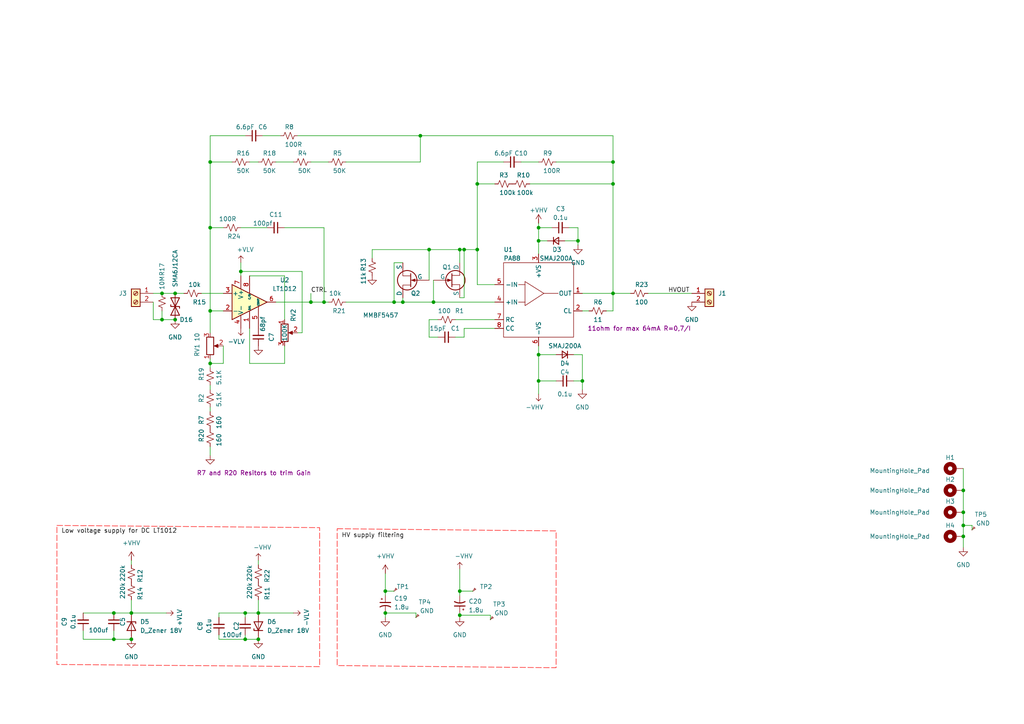
<source format=kicad_sch>
(kicad_sch (version 20250114) (generator "eeschema") (generator_version "9.0")
  (paper "A4")
  (title_block (title "High Voltage Amplifier") (date "2022-05-06") (rev "2"))
  (lib_symbols
    (symbol "+VHV_2" (power) (pin_names (offset 0))
      (property "Value" "+VHV_2" (at 0 5.08 0))
      (symbol "+VHV_2_0_1"
        (polyline (pts (xy -0.762 1.27) (xy 0 2.54)))
        (polyline (pts (xy 0 2.54) (xy 0.762 1.27)))
        (polyline (pts (xy 0 0) (xy 0 2.54)))
        (polyline (pts (xy 0 0) (xy 0 1.27)))
      )
      (symbol "+VHV_2_1_1"
        (pin power_in line (at 0 0 90) (length 0) (hide yes) (name "+VHV") (number "1"))
      )
    )
    (symbol "Amplifier_Operational:LT1012" (pin_names (offset 0.127))
      (property "Reference" "U" (at 1.27 6.35 0))
      (property "Value" "LT1012" (at 1.27 3.81 0))
      (symbol "LT1012_0_1"
        (polyline (pts (xy -5.08 5.08) (xy 5.08 0) (xy -5.08 -5.08) (xy -5.08 5.08)) (stroke (width 0.254)) (fill (type background)))
      )
      (symbol "LT1012_1_1"
        (pin input line (at -7.62 2.54 0) (length 2.54) (name "+") (number "3"))
        (pin input line (at -7.62 -2.54 0) (length 2.54) (name "-") (number "2"))
        (pin power_in line (at -2.54 7.62 270) (length 3.81) (name "V+") (number "7"))
        (pin power_in line (at -2.54 -7.62 90) (length 3.81) (name "V-") (number "4"))
        (pin input line (at 0 7.62 270) (length 5.08) (name "C/B") (number "8"))
        (pin input line (at 0 -7.62 90) (length 5.08) (name "BAL") (number "1"))
        (pin input line (at 2.54 -7.62 90) (length 6.35) (name "COMP") (number "5"))
        (pin output line (at 7.62 0 180) (length 2.54) (name "~") (number "6"))
      )
    )
    (symbol "Connector:Screw_Terminal_01x02" (pin_names (offset 1.016) (hide yes))
      (property "Reference" "J" (at 0 2.54 0))
      (property "Value" "Screw_Terminal_01x02" (at 0 -5.08 0))
      (symbol "Screw_Terminal_01x02_1_1"
        (rectangle (start -1.27 1.27) (end 1.27 -3.81) (stroke (width 0.254)) (fill (type background)))
        (polyline (pts (xy -0.5334 0.3302) (xy 0.3302 -0.508)) (stroke (width 0.1524)))
        (polyline (pts (xy -0.5334 -2.2098) (xy 0.3302 -3.048)) (stroke (width 0.1524)))
        (polyline (pts (xy -0.3556 0.508) (xy 0.508 -0.3302)) (stroke (width 0.1524)))
        (polyline (pts (xy -0.3556 -2.032) (xy 0.508 -2.8702)) (stroke (width 0.1524)))
        (circle (center 0 0) (radius 0.635) (stroke (width 0.1524)))
        (circle (center 0 -2.54) (radius 0.635) (stroke (width 0.1524)))
        (pin passive line (at -5.08 0 0) (length 3.81) (name "Pin_1") (number "1"))
        (pin passive line (at -5.08 -2.54 0) (length 3.81) (name "Pin_2") (number "2"))
      )
    )
    (symbol "Device:C_Polarized_Small_US" (pin_numbers (hide yes)) (pin_names (offset 0.254) (hide yes))
      (property "Reference" "C" (at 0.254 1.778 0))
      (property "Value" "C_Polarized_Small_US" (at 0.254 -2.032 0))
      (symbol "C_Polarized_Small_US_0_1"
        (polyline (pts (xy -1.524 0.508) (xy 1.524 0.508)) (stroke (width 0.3048)))
        (polyline (pts (xy -1.27 1.524) (xy -0.762 1.524)))
        (polyline (pts (xy -1.016 1.27) (xy -1.016 1.778)))
        (arc (start -1.524 -0.762) (mid 0 -0.3734) (end 1.524 -0.762) (stroke (width 0.3048)))
      )
      (symbol "C_Polarized_Small_US_1_1"
        (pin passive line (at 0 2.54 270) (length 2.032) (name "~") (number "1"))
        (pin passive line (at 0 -2.54 90) (length 2.032) (name "~") (number "2"))
      )
    )
    (symbol "Device:C_Small" (pin_numbers (hide yes)) (pin_names (offset 0.254) (hide yes))
      (property "Reference" "C" (at 0.254 1.778 0))
      (property "Value" "C_Small" (at 0.254 -2.032 0))
      (symbol "C_Small_0_1"
        (polyline (pts (xy -1.524 0.508) (xy 1.524 0.508)) (stroke (width 0.3048)))
        (polyline (pts (xy -1.524 -0.508) (xy 1.524 -0.508)) (stroke (width 0.3302)))
      )
      (symbol "C_Small_1_1"
        (pin passive line (at 0 2.54 270) (length 2.032) (name "~") (number "1"))
        (pin passive line (at 0 -2.54 90) (length 2.032) (name "~") (number "2"))
      )
    )
    (symbol "Device:D_Small" (pin_numbers (hide yes)) (pin_names (offset 0.254) (hide yes))
      (property "Reference" "D" (at -1.27 2.032 0))
      (property "Value" "D_Small" (at -3.81 -2.032 0))
      (symbol "D_Small_0_1"
        (polyline (pts (xy -0.762 0) (xy 0.762 0)))
        (polyline (pts (xy -0.762 -1.016) (xy -0.762 1.016)) (stroke (width 0.254)))
        (polyline (pts (xy 0.762 -1.016) (xy -0.762 0) (xy 0.762 1.016) (xy 0.762 -1.016)) (stroke (width 0.254)))
      )
      (symbol "D_Small_1_1"
        (pin passive line (at -2.54 0 0) (length 1.778) (name "K") (number "1"))
        (pin passive line (at 2.54 0 180) (length 1.778) (name "A") (number "2"))
      )
    )
    (symbol "Device:D_TVS" (pin_numbers (hide yes)) (pin_names (offset 1.016) (hide yes))
      (property "Reference" "D" (at 0 2.54 0))
      (property "Value" "D_TVS" (at 0 -2.54 0))
      (symbol "D_TVS_0_1"
        (polyline (pts (xy -2.54 1.27) (xy -2.54 -1.27) (xy 2.54 1.27) (xy 2.54 -1.27) (xy -2.54 1.27)) (stroke (width 0.254)))
        (polyline (pts (xy 0.508 1.27) (xy 0 1.27) (xy 0 -1.27) (xy -0.508 -1.27)) (stroke (width 0.254)))
        (polyline (pts (xy 1.27 0) (xy -1.27 0)))
      )
      (symbol "D_TVS_1_1"
        (pin passive line (at -3.81 0 0) (length 2.54) (name "A1") (number "1"))
        (pin passive line (at 3.81 0 180) (length 2.54) (name "A2") (number "2"))
      )
    )
    (symbol "Device:D_Zener" (pin_numbers (hide yes)) (pin_names (offset 1.016) (hide yes))
      (property "Reference" "D" (at 0 2.54 0))
      (property "Value" "D_Zener" (at 0 -2.54 0))
      (symbol "D_Zener_0_1"
        (polyline (pts (xy -1.27 -1.27) (xy -1.27 1.27) (xy -0.762 1.27)) (stroke (width 0.254)))
        (polyline (pts (xy 1.27 0) (xy -1.27 0)))
        (polyline (pts (xy 1.27 -1.27) (xy 1.27 1.27) (xy -1.27 0) (xy 1.27 -1.27)) (stroke (width 0.254)))
      )
      (symbol "D_Zener_1_1"
        (pin passive line (at -3.81 0 0) (length 2.54) (name "K") (number "1"))
        (pin passive line (at 3.81 0 180) (length 2.54) (name "A") (number "2"))
      )
    )
    (symbol "Device:R_Potentiometer" (pin_names (offset 1.016) (hide yes))
      (property "Reference" "RV" (at -4.445 0 90))
      (property "Value" "R_Potentiometer" (at -2.54 0 90))
      (symbol "R_Potentiometer_0_1"
        (rectangle (start 1.016 2.54) (end -1.016 -2.54) (stroke (width 0.254)))
        (polyline (pts (xy 1.143 0) (xy 2.286 0.508) (xy 2.286 -0.508) (xy 1.143 0)) (fill (type outline)))
        (polyline (pts (xy 2.54 0) (xy 1.524 0)))
      )
      (symbol "R_Potentiometer_1_1"
        (pin passive line (at 0 3.81 270) (length 1.27) (name "1") (number "1"))
        (pin passive line (at 0 -3.81 90) (length 1.27) (name "3") (number "3"))
        (pin passive line (at 3.81 0 180) (length 1.27) (name "2") (number "2"))
      )
    )
    (symbol "Device:R_Small_US" (pin_numbers (hide yes)) (pin_names (offset 0.254) (hide yes))
      (property "Reference" "R" (at 0.762 0.508 0))
      (property "Value" "R_Small_US" (at 0.762 -1.016 0))
      (symbol "R_Small_US_1_1"
        (polyline (pts (xy 0 1.524) (xy 1.016 1.143) (xy 0 0.762) (xy -1.016 0.381) (xy 0 0)))
        (polyline (pts (xy 0 0) (xy 1.016 -0.381) (xy 0 -0.762) (xy -1.016 -1.143) (xy 0 -1.524)))
        (pin passive line (at 0 2.54 270) (length 1.016) (name "~") (number "1"))
        (pin passive line (at 0 -2.54 90) (length 1.016) (name "~") (number "2"))
      )
    )
    (symbol "Mechanical:MountingHole_Pad" (pin_numbers (hide yes)) (pin_names (offset 1.016) (hide yes))
      (property "Reference" "H" (at 0 6.35 0))
      (property "Value" "MountingHole_Pad" (at 0 4.445 0))
      (symbol "MountingHole_Pad_0_1"
        (circle (center 0 1.27) (radius 1.27) (stroke (width 1.27)))
      )
      (symbol "MountingHole_Pad_1_1"
        (pin input line (at 0 -2.54 90) (length 2.54) (name "1") (number "1"))
      )
    )
    (symbol "NJFET_1" (pin_numbers (hide yes)) (pin_names (offset 0))
      (property "Reference" "Q1" (at 5.08 1.2701 0))
      (property "Value" "NJFET" (at 5.08 -1.2699 0))
      (symbol "NJFET_1_0_1"
        (polyline (pts (xy 0 0) (xy -1.016 0.381) (xy -1.016 -0.381) (xy 0 0)) (fill (type outline)))
        (polyline (pts (xy 0.254 1.905) (xy 0.254 -1.905) (xy 0.254 -1.905)) (stroke (width 0.254)))
        (circle (center 1.27 0) (radius 2.8194) (stroke (width 0.254)))
        (polyline (pts (xy 2.54 2.54) (xy 2.54 1.397) (xy 0.254 1.397)))
        (polyline (pts (xy 2.54 -2.54) (xy 2.54 -1.27) (xy 0.254 -1.27)))
      )
      (symbol "NJFET_1_1_1"
        (pin input line (at -5.08 0 0) (length 5.334) (name "G") (number "3"))
        (pin passive line (at 2.54 5.08 270) (length 2.54) (name "D") (number "1"))
        (pin passive line (at 2.54 -5.08 90) (length 2.54) (name "S") (number "2"))
      )
    )
    (symbol "jmlib:+VHV" (power) (pin_names (offset 0))
      (property "Value" "+VHV" (at 0 5.08 0))
      (symbol "+VHV_0_1"
        (polyline (pts (xy -0.762 1.27) (xy 0 2.54)))
        (polyline (pts (xy 0 2.54) (xy 0.762 1.27)))
        (polyline (pts (xy 0 0) (xy 0 2.54)))
        (polyline (pts (xy 0 0) (xy 0 1.27)))
      )
      (symbol "+VHV_1_1"
        (pin power_in line (at 0 0 90) (length 0) (hide yes) (name "+VHV") (number "1"))
      )
    )
    (symbol "jmlib:-VHV" (power) (pin_names (offset 0))
      (property "Value" "-VHV" (at 0 3.81 0))
      (symbol "-VHV_0_1"
        (polyline (pts (xy 0 1.9812) (xy -0.6604 1.3208)))
        (polyline (pts (xy 0 1.3208) (xy 0 1.9812) (xy 0.7112 1.27)))
        (polyline (pts (xy 0 0) (xy 0 1.27)))
      )
      (symbol "-VHV_1_1"
        (pin power_in line (at 0 0 90) (length 0) (hide yes) (name "-VHV") (number "1"))
      )
    )
    (symbol "jmlib:PA88"
      (property "Reference" "U" (at 5.207 13.208 0))
      (property "Value" "PA88" (at 5.207 13.208 0))
      (symbol "PA88_0_1"
        (rectangle (start -10.16 11.43) (end 10.16 -10.16))
        (polyline (pts (xy -5.842 5.08) (xy -3.937 5.08)))
        (polyline (pts (xy -5.842 0) (xy -3.937 0)))
        (polyline (pts (xy -3.937 5.969) (xy -3.937 -1.016) (xy 1.524 2.54) (xy -3.937 5.969)))
        (polyline (pts (xy 1.524 2.54) (xy 5.715 2.54)))
      )
      (symbol "PA88_1_1"
        (pin input line (at -12.7 5.08 0) (length 2.54) (name "-IN") (number "5"))
        (pin input line (at -12.7 0 0) (length 2.54) (name "+IN") (number "4"))
        (pin input line (at -12.7 -5.08 0) (length 2.54) (name "RC") (number "7"))
        (pin input line (at -12.7 -7.62 0) (length 2.54) (name "CC") (number "8"))
        (pin input line (at 0 13.97 270) (length 2.54) (name "+VS") (number "3"))
        (pin input line (at 0 -12.7 90) (length 2.54) (name "-VS") (number "6"))
        (pin input line (at 12.7 2.54 180) (length 2.54) (name "OUT") (number "1"))
        (pin input line (at 12.7 -2.54 180) (length 2.54) (name "CL") (number "2"))
      )
    )
    (symbol "jmlib:tp_small" (pin_numbers (hide yes)) (pin_names (hide yes))
      (property "Reference" "TP" (at 2.1336 2.8956 0))
      (property "Value" "tp_small" (at 5.1816 1.2192 0))
      (symbol "tp_small_0_1"
        (circle (center 0 0) (radius 0.0001))
        (polyline (pts (xy 0.2032 0.2032) (xy 0.4572 0.8636) (xy 0.8636 0.508) (xy 0.2032 0.2032)))
      )
      (symbol "tp_small_1_1"
        (pin passive line (at 0 0 180) (length 0) (name "") (number "1"))
      )
    )
    (symbol "power:GND" (power) (pin_names (offset 0))
      (property "Value" "GND" (at 0 -3.81 0))
      (symbol "GND_0_1"
        (polyline (pts (xy 0 0) (xy 0 -1.27) (xy 1.27 -1.27) (xy 0 -2.54) (xy -1.27 -1.27) (xy 0 -1.27)))
      )
      (symbol "GND_1_1"
        (pin power_in line (at 0 0 270) (length 0) (hide yes) (name "GND") (number "1"))
      )
    )
  )
  (junction (at 93.98 87.63))
  (junction (at 124.46 72.39))
  (junction (at 138.43 53.34))
  (junction (at 156.21 66.04))
  (junction (at 279.4 155.575))
  (junction (at 46.99 85.09))
  (junction (at 279.4 142.24))
  (junction (at 60.96 90.17))
  (junction (at 121.92 39.37))
  (junction (at 69.85 78.74))
  (junction (at 38.1 177.8))
  (junction (at 167.64 69.85))
  (junction (at 133.35 171.45))
  (junction (at 116.84 87.63))
  (junction (at 71.12 177.8))
  (junction (at 114.3 87.63))
  (junction (at 156.21 110.49))
  (junction (at 133.35 178.435))
  (junction (at 50.8 92.71))
  (junction (at 177.8 46.99))
  (junction (at 111.76 177.8))
  (junction (at 125.73 87.63))
  (junction (at 71.12 185.42))
  (junction (at 279.4 148.59))
  (junction (at 46.99 92.71))
  (junction (at 33.02 185.42))
  (junction (at 50.8 85.09))
  (junction (at 156.21 69.85))
  (junction (at 38.1 185.42))
  (junction (at 111.76 171.45))
  (junction (at 133.35 72.39))
  (junction (at 74.93 177.8))
  (junction (at 168.91 110.49))
  (junction (at 156.21 102.87))
  (junction (at 177.8 53.34))
  (junction (at 138.43 72.39))
  (junction (at 33.02 177.8))
  (junction (at 60.96 46.99))
  (junction (at 279.4 152.4))
  (junction (at 177.8 85.09))
  (junction (at 60.96 105.41))
  (junction (at 90.17 87.63))
  (junction (at 60.96 66.04))
  (junction (at 134.62 72.39))
  (junction (at 74.93 185.42))
  (wire (pts (xy 133.35 165.1) (xy 133.35 171.45)))
  (wire (pts (xy 76.2 39.37) (xy 81.28 39.37)))
  (wire (pts (xy 33.02 185.42) (xy 24.13 185.42)))
  (wire (pts (xy 133.35 178.435) (xy 142.24 178.435)))
  (wire (pts (xy 124.46 72.39) (xy 124.46 81.28)))
  (wire (pts (xy 168.91 85.09) (xy 177.8 85.09)))
  (wire (pts (xy 121.92 39.37) (xy 177.8 39.37)))
  (wire (pts (xy 74.93 173.99) (xy 74.93 177.8)))
  (wire (pts (xy 116.84 87.63) (xy 125.73 87.63)))
  (wire (pts (xy 100.33 46.99) (xy 121.92 46.99)))
  (wire (pts (xy 125.73 81.28) (xy 125.73 87.63)))
  (wire (pts (xy 133.35 72.39) (xy 133.35 76.2)))
  (wire (pts (xy 60.96 66.04) (xy 60.96 90.17)))
  (wire (pts (xy 69.85 78.74) (xy 69.85 80.01)))
  (wire (pts (xy 64.77 100.33) (xy 64.77 105.41)))
  (wire (pts (xy 24.13 185.42) (xy 24.13 182.88)))
  (wire (pts (xy 177.8 46.99) (xy 177.8 53.34)))
  (wire (pts (xy 156.21 66.04) (xy 160.02 66.04)))
  (wire (pts (xy 80.01 46.99) (xy 85.09 46.99)))
  (wire (pts (xy 132.08 92.71) (xy 143.51 92.71)))
  (wire (pts (xy 63.5 184.15) (xy 63.5 185.42)))
  (wire (pts (xy 133.35 72.39) (xy 134.62 72.39)))
  (wire (pts (xy 279.4 158.75) (xy 279.4 155.575)))
  (wire (pts (xy 87.63 78.74) (xy 87.63 96.52)))
  (wire (pts (xy 114.3 76.2) (xy 114.3 87.63)))
  (wire (pts (xy 93.98 87.63) (xy 95.25 87.63)))
  (wire (pts (xy 279.4 155.575) (xy 279.4 152.4)))
  (wire (pts (xy 138.43 53.34) (xy 138.43 72.39)))
  (wire (pts (xy 33.02 185.42) (xy 38.1 185.42)))
  (wire (pts (xy 132.08 97.79) (xy 134.62 97.79)))
  (wire (pts (xy 93.98 66.04) (xy 93.98 87.63)))
  (wire (pts (xy 90.17 85.09) (xy 90.17 87.63)))
  (wire (pts (xy 161.29 46.99) (xy 177.8 46.99)))
  (wire (pts (xy 124.46 72.39) (xy 133.35 72.39)))
  (wire (pts (xy 38.1 177.8) (xy 48.26 177.8)))
  (wire (pts (xy 60.96 39.37) (xy 71.12 39.37)))
  (wire (pts (xy 153.67 53.34) (xy 177.8 53.34)))
  (wire (pts (xy 138.43 53.34) (xy 138.43 46.99)))
  (wire (pts (xy 168.91 90.17) (xy 170.815 90.17)))
  (wire (pts (xy 60.96 111.76) (xy 60.96 113.03)))
  (wire (pts (xy 60.96 104.14) (xy 60.96 105.41)))
  (wire (pts (xy 168.91 113.03) (xy 168.91 110.49)))
  (wire (pts (xy 50.8 85.09) (xy 53.34 85.09)))
  (wire (pts (xy 90.17 46.99) (xy 95.25 46.99)))
  (wire (pts (xy 120.65 177.8) (xy 120.65 179.07)))
  (wire (pts (xy 166.37 110.49) (xy 168.91 110.49)))
  (wire (pts (xy 74.93 163.83) (xy 74.93 162.56)))
  (wire (pts (xy 156.21 102.87) (xy 161.29 102.87)))
  (wire (pts (xy 156.21 114.3) (xy 156.21 110.49)))
  (wire (pts (xy 177.8 90.17) (xy 175.895 90.17)))
  (wire (pts (xy 111.76 177.8) (xy 120.65 177.8)))
  (wire (pts (xy 60.96 106.68) (xy 60.96 105.41)))
  (wire (pts (xy 72.39 95.25) (xy 72.39 105.41)))
  (wire (pts (xy 46.99 92.71) (xy 50.8 92.71)))
  (wire (pts (xy 279.4 148.59) (xy 279.4 142.24)))
  (wire (pts (xy 60.96 90.17) (xy 64.77 90.17)))
  (wire (pts (xy 165.1 66.04) (xy 167.64 66.04)))
  (wire (pts (xy 69.85 76.2) (xy 69.85 78.74)))
  (wire (pts (xy 74.93 177.8) (xy 85.09 177.8)))
  (wire (pts (xy 38.1 162.56) (xy 38.1 163.83)))
  (wire (pts (xy 138.43 82.55) (xy 143.51 82.55)))
  (wire (pts (xy 82.55 100.33) (xy 82.55 105.41)))
  (wire (pts (xy 87.63 78.74) (xy 69.85 78.74)))
  (wire (pts (xy 156.21 110.49) (xy 156.21 102.87)))
  (wire (pts (xy 177.8 85.09) (xy 177.8 90.17)))
  (wire (pts (xy 82.55 66.04) (xy 93.98 66.04)))
  (wire (pts (xy 134.62 72.39) (xy 138.43 72.39)))
  (wire (pts (xy 134.62 86.36) (xy 133.35 86.36)))
  (wire (pts (xy 87.63 96.52) (xy 86.36 96.52)))
  (wire (pts (xy 82.55 92.71) (xy 82.55 80.01)))
  (wire (pts (xy 177.8 85.09) (xy 182.88 85.09)))
  (wire (pts (xy 60.96 129.54) (xy 60.96 132.08)))
  (wire (pts (xy 163.83 69.85) (xy 167.64 69.85)))
  (wire (pts (xy 24.13 177.8) (xy 33.02 177.8)))
  (wire (pts (xy 187.96 85.09) (xy 200.66 85.09)))
  (wire (pts (xy 111.76 177.8) (xy 111.76 179.07)))
  (wire (pts (xy 33.02 182.88) (xy 33.02 185.42)))
  (wire (pts (xy 138.43 46.99) (xy 146.05 46.99)))
  (wire (pts (xy 60.96 46.99) (xy 60.96 66.04)))
  (wire (pts (xy 156.21 102.87) (xy 156.21 100.33)))
  (wire (pts (xy 133.35 172.72) (xy 133.35 171.45)))
  (wire (pts (xy 279.4 152.4) (xy 281.94 152.4)))
  (wire (pts (xy 156.21 69.85) (xy 156.21 73.66)))
  (wire (pts (xy 156.21 110.49) (xy 161.29 110.49)))
  (wire (pts (xy 38.1 173.99) (xy 38.1 177.8)))
  (wire (pts (xy 142.24 178.435) (xy 142.24 179.705)))
  (wire (pts (xy 133.35 171.45) (xy 137.16 171.45)))
  (wire (pts (xy 156.21 66.04) (xy 156.21 69.85)))
  (wire (pts (xy 127 92.71) (xy 124.46 92.71)))
  (wire (pts (xy 69.85 66.04) (xy 77.47 66.04)))
  (wire (pts (xy 177.8 39.37) (xy 177.8 46.99)))
  (wire (pts (xy 111.76 171.45) (xy 111.76 172.72)))
  (wire (pts (xy 60.96 66.04) (xy 64.77 66.04)))
  (wire (pts (xy 100.33 87.63) (xy 114.3 87.63)))
  (wire (pts (xy 121.92 39.37) (xy 121.92 46.99)))
  (wire (pts (xy 168.91 110.49) (xy 168.91 102.87)))
  (wire (pts (xy 80.01 87.63) (xy 90.17 87.63)))
  (wire (pts (xy 60.96 118.11) (xy 60.96 119.38)))
  (wire (pts (xy 71.12 177.8) (xy 74.93 177.8)))
  (wire (pts (xy 134.62 95.25) (xy 143.51 95.25)))
  (wire (pts (xy 33.02 177.8) (xy 38.1 177.8)))
  (wire (pts (xy 279.4 142.24) (xy 279.4 135.89)))
  (wire (pts (xy 134.62 72.39) (xy 134.62 86.36)))
  (wire (pts (xy 71.12 185.42) (xy 74.93 185.42)))
  (wire (pts (xy 111.76 171.45) (xy 114.3 171.45)))
  (wire (pts (xy 46.99 90.17) (xy 46.99 92.71)))
  (wire (pts (xy 46.99 85.09) (xy 50.8 85.09)))
  (wire (pts (xy 133.35 177.8) (xy 133.35 178.435)))
  (wire (pts (xy 279.4 152.4) (xy 279.4 148.59)))
  (wire (pts (xy 72.39 105.41) (xy 82.55 105.41)))
  (wire (pts (xy 44.45 92.71) (xy 44.45 87.63)))
  (wire (pts (xy 138.43 72.39) (xy 138.43 82.55)))
  (wire (pts (xy 107.95 72.39) (xy 124.46 72.39)))
  (wire (pts (xy 167.64 66.04) (xy 167.64 69.85)))
  (wire (pts (xy 107.95 72.39) (xy 107.95 74.93)))
  (wire (pts (xy 60.96 90.17) (xy 60.96 96.52)))
  (wire (pts (xy 151.13 46.99) (xy 156.21 46.99)))
  (wire (pts (xy 72.39 46.99) (xy 74.93 46.99)))
  (wire (pts (xy 124.46 92.71) (xy 124.46 97.79)))
  (wire (pts (xy 63.5 179.07) (xy 63.5 177.8)))
  (wire (pts (xy 90.17 87.63) (xy 93.98 87.63)))
  (wire (pts (xy 60.96 46.99) (xy 60.96 39.37)))
  (wire (pts (xy 156.21 69.85) (xy 158.75 69.85)))
  (wire (pts (xy 124.46 97.79) (xy 127 97.79)))
  (wire (pts (xy 133.35 178.435) (xy 133.35 179.07)))
  (wire (pts (xy 86.36 39.37) (xy 121.92 39.37)))
  (wire (pts (xy 44.45 92.71) (xy 46.99 92.71)))
  (wire (pts (xy 111.76 166.37) (xy 111.76 171.45)))
  (wire (pts (xy 281.94 152.4) (xy 281.94 153.67)))
  (wire (pts (xy 44.45 85.09) (xy 46.99 85.09)))
  (wire (pts (xy 60.96 46.99) (xy 67.31 46.99)))
  (wire (pts (xy 63.5 185.42) (xy 71.12 185.42)))
  (wire (pts (xy 114.3 87.63) (xy 116.84 87.63)))
  (wire (pts (xy 125.73 87.63) (xy 143.51 87.63)))
  (wire (pts (xy 64.77 105.41) (xy 60.96 105.41)))
  (wire (pts (xy 177.8 53.34) (xy 177.8 85.09)))
  (wire (pts (xy 167.64 69.85) (xy 167.64 71.12)))
  (wire (pts (xy 134.62 97.79) (xy 134.62 95.25)))
  (wire (pts (xy 116.84 86.36) (xy 116.84 87.63)))
  (wire (pts (xy 58.42 85.09) (xy 64.77 85.09)))
  (wire (pts (xy 143.51 53.34) (xy 138.43 53.34)))
  (wire (pts (xy 116.84 76.2) (xy 114.3 76.2)))
  (wire (pts (xy 71.12 179.07) (xy 71.12 177.8)))
  (wire (pts (xy 71.12 184.15) (xy 71.12 185.42)))
  (wire (pts (xy 82.55 80.01) (xy 72.39 80.01)))
  (wire (pts (xy 63.5 177.8) (xy 71.12 177.8)))
  (wire (pts (xy 166.37 102.87) (xy 168.91 102.87)))
  (wire (pts (xy 156.21 64.77) (xy 156.21 66.04)))
  (label "CTRL" (at 90.17 85.09 0))
  (label "HVOUT" (at 200.025 85.09 180))
  (label "Low voltage supply for DC LT1012" (at 17.78 154.94 0))
  (label "HV supply filtering" (at 99.06 156.21 0))
  (rule_area (polyline (pts (xy 16.51 152.4) (xy 92.71 153.035) (xy 92.71 193.3575) (xy 16.51 192.7225)) (stroke (width 0) (type dash))))
  (rule_area (polyline (pts (xy 97.79 153.3525) (xy 161.29 153.9875) (xy 161.29 193.675) (xy 97.79 193.04)) (stroke (width 0) (type dash))))
  (symbol (lib_id "jmlib:-VHV") (at 48.26 177.8 270) (unit 1)
    (property "Reference" "#PWR012" (effects (hide yes)))
    (property "Value" "+VLV" (at 52.07 181.61 0) (effects (justify right)))
  )
  (symbol (lib_id "jmlib:+VHV") (at 38.1 162.56 0) (unit 1)
    (property "Reference" "#PWR01" (effects (hide yes)))
    (property "Value" "+VHV" (at 38.1 157.48 0))
  )
  (symbol (lib_id "Mechanical:MountingHole_Pad") (at 276.86 148.59 90) (unit 1)
    (property "Reference" "H3" (at 275.59 145.415 90))
    (property "Value" "MountingHole_Pad" (at 260.985 148.59 90))
    (property "Footprint" "MountingHole:MountingHole_3.2mm_M3_DIN965_Pad_TopBottom" (effects (hide yes)))
  )
  (symbol (lib_id "Device:C_Small") (at 74.93 97.79 180) (unit 1)
    (property "Reference" "C7" (at 78.74 97.79 90))
    (property "Value" "68pf" (at 76.2 93.98 90))
    (property "Footprint" "Capacitor_SMD:C_1206_3216Metric_Pad1.33x1.80mm_HandSolder" (effects (hide yes)))
    (property "Package" "1206" (effects (hide yes)))
    (property "Voltage" "50V" (effects (hide yes)))
    (property "Part Description" "CAP CER 15PF 50V C0G/NP0 1206" (effects (hide yes)))
  )
  (symbol (lib_id "Device:R_Small_US") (at 87.63 46.99 270) (unit 1)
    (property "Reference" "R4" (at 86.36 44.45 90) (effects (justify left)))
    (property "Value" "50K" (at 86.36 49.53 90) (effects (justify left)))
    (property "Footprint" "Resistor_SMD:R_1206_3216Metric_Pad1.30x1.75mm_HandSolder" (effects (hide yes)))
    (property "Package" "1206" (effects (hide yes)))
  )
  (symbol (lib_id "Device:R_Small_US") (at 74.93 171.45 180) (unit 1)
    (property "Reference" "R11" (at 77.47 170.18 90) (effects (justify left)))
    (property "Value" "220k" (at 72.39 168.91 90) (effects (justify left)))
    (property "Footprint" "Resistor_THT:R_Axial_DIN0411_L9.9mm_D3.6mm_P5.08mm_Vertical" (effects (hide yes)))
    (property "Package" "1206" (effects (hide yes)))
    (property "Part Description" "RES SMD 16.9K OHM 1% 1/4W 1206" (effects (hide yes)))
  )
  (symbol (lib_id "jmlib:-VHV") (at 133.35 165.1 0) (unit 1)
    (property "Reference" "#PWR014" (effects (hide yes)))
    (property "Value" "-VHV" (at 137.16 161.29 0) (effects (justify right)))
  )
  (symbol (lib_id "power:GND") (at 74.93 100.33 0) (unit 1)
    (property "Reference" "#PWR017" (effects (hide yes)))
    (property "Value" "GND" (effects (hide yes)))
  )
  (symbol (lib_id "jmlib:tp_small") (at 114.3 171.45 0) (unit 1)
    (property "Reference" "TP1" (at 116.84 170.18 0))
    (property "Value" "+VHV" (effects (hide yes)))
    (property "Footprint" "TestPoint:TestPoint_THTPad_2.5x2.5mm_Drill1.2mm" (effects (hide yes)))
  )
  (symbol (lib_id "power:GND") (at 74.93 185.42 0) (unit 1)
    (property "Reference" "#PWR010" (effects (hide yes)))
    (property "Value" "GND" (at 74.93 190.5 0))
  )
  (symbol (lib_id "power:GND") (at 167.64 71.12 0) (unit 1)
    (property "Reference" "#PWR0105" (effects (hide yes)))
    (property "Value" "GND" (at 167.64 76.2 0))
  )
  (symbol (lib_id "jmlib:tp_small") (at 142.24 179.705 0) (unit 1)
    (property "Reference" "TP3" (at 144.78 175.26 0))
    (property "Value" "GND" (at 145.415 177.8 0))
    (property "Footprint" "TestPoint:TestPoint_THTPad_2.5x2.5mm_Drill1.2mm" (effects (hide yes)))
  )
  (symbol (lib_id "jmlib:-VHV") (at 74.93 162.56 0) (unit 1)
    (property "Reference" "#PWR09" (effects (hide yes)))
    (property "Value" "-VHV" (at 78.74 158.75 0) (effects (justify right)))
  )
  (symbol (lib_id "Device:R_Small_US") (at 60.96 121.92 0) (unit 1)
    (property "Reference" "R7" (at 58.42 123.19 90) (effects (justify left)))
    (property "Value" "160" (at 63.5 124.46 90) (effects (justify left)))
    (property "Footprint" "Resistor_SMD:R_1206_3216Metric_Pad1.30x1.75mm_HandSolder" (effects (hide yes)))
    (property "Description" "R7 and R20 Resitors to trim Gain" (at 73.66 137.16 0))
    (property "Package" "1206" (effects (hide yes)))
    (property "Part Description" "RES SMD 16.9K OHM 1% 1/4W 1206" (effects (hide yes)))
  )
  (symbol (lib_id "jmlib:+VHV") (at 111.76 166.37 0) (unit 1)
    (property "Reference" "#PWR0115" (effects (hide yes)))
    (property "Value" "+VHV" (at 111.76 161.29 0))
  )
  (symbol (lib_id "Device:R_Small_US") (at 69.85 46.99 270) (unit 1)
    (property "Reference" "R16" (at 68.58 44.45 90) (effects (justify left)))
    (property "Value" "50K" (at 68.58 49.53 90) (effects (justify left)))
    (property "Footprint" "Resistor_SMD:R_1206_3216Metric_Pad1.30x1.75mm_HandSolder" (effects (hide yes)))
    (property "Package" "1206" (effects (hide yes)))
  )
  (symbol (lib_id "jmlib:tp_small") (at 281.94 153.67 0) (unit 1)
    (property "Reference" "TP5" (at 284.48 149.225 0))
    (property "Value" "GND" (at 285.115 151.765 0))
    (property "Footprint" "TestPoint:TestPoint_THTPad_2.5x2.5mm_Drill1.2mm" (effects (hide yes)))
  )
  (symbol (lib_id "Device:C_Small") (at 162.56 66.04 90) (unit 1)
    (property "Reference" "C3" (at 162.56 60.579 90))
    (property "Value" "0.1u" (at 162.56 63.119 90))
    (property "Footprint" "Capacitor_SMD:C_1206_3216Metric_Pad1.33x1.80mm_HandSolder" (effects (hide yes)))
    (property "Voltage" "450V" (effects (hide yes)))
    (property "Package" "1206" (effects (hide yes)))
    (property "Part Description" "CAP CER 0.1UF 450V X7T 1206" (effects (hide yes)))
  )
  (symbol (lib_name "NJFET_1") (lib_id "Simulation_SPICE:NJFET") (at 119.38 81.28 180) (unit 1)
    (property "Reference" "Q2" (at 121.92 85.09 0) (effects (justify left)))
    (property "Value" "MMBF5457" (at 115.57 91.44 0) (effects (justify left)))
    (property "Footprint" "Package_TO_SOT_SMD:SOT-23-3" (effects (hide yes)))
    (property "Datasheet" "https://ngspice.sourceforge.io/docs/ngspice-html-manual/manual.xhtml#cha_JFETs" (effects (hide yes)))
    (property "Description" "MMBF5457" (effects (hide yes)))
    (property "Sim.Device" "NJFET" (effects (hide yes)))
    (property "Sim.Type" "SHICHMANHODGES" (effects (hide yes)))
    (property "Sim.Pins" "1=D 2=G 3=S" (effects (hide yes)))
  )
  (symbol (lib_id "jmlib:-VHV") (at 69.85 76.2 0) (unit 1)
    (property "Reference" "#PWR013" (effects (hide yes)))
    (property "Value" "+VLV" (at 73.66 72.39 0) (effects (justify right)))
  )
  (symbol (lib_name "+VHV_2") (lib_id "jmlib:+VHV") (at 156.21 64.77 0) (unit 1)
    (property "Reference" "#PWR0104" (effects (hide yes)))
    (property "Value" "+VHV" (at 156.21 60.96 0))
  )
  (symbol (lib_id "Device:C_Small") (at 24.13 180.34 180) (unit 1)
    (property "Reference" "C9" (at 18.669 180.34 90))
    (property "Value" "0.1u" (at 21.209 180.34 90))
    (property "Footprint" "Capacitor_SMD:C_1206_3216Metric_Pad1.33x1.80mm_HandSolder" (effects (hide yes)))
    (property "Voltage" "450V" (effects (hide yes)))
    (property "Package" "1206" (effects (hide yes)))
    (property "Part Description" "CAP CER 0.1UF 450V X7T 1206" (effects (hide yes)))
  )
  (symbol (lib_id "Device:R_Small_US") (at 97.79 46.99 270) (unit 1)
    (property "Reference" "R5" (at 96.52 44.45 90) (effects (justify left)))
    (property "Value" "50K" (at 96.52 49.53 90) (effects (justify left)))
    (property "Footprint" "Resistor_SMD:R_1206_3216Metric_Pad1.30x1.75mm_HandSolder" (effects (hide yes)))
    (property "Package" "1206" (effects (hide yes)))
  )
  (symbol (lib_id "Device:R_Small_US") (at 60.96 127 0) (unit 1)
    (property "Reference" "R20" (at 58.42 128.27 90) (effects (justify left)))
    (property "Value" "160" (at 63.5 129.54 90) (effects (justify left)))
    (property "Footprint" "Resistor_SMD:R_1206_3216Metric_Pad1.30x1.75mm_HandSolder" (effects (hide yes)))
    (property "Description" "R7 Resitors to trim Gain" (effects (hide yes)))
    (property "Package" "1206" (effects (hide yes)))
    (property "Part Description" "RES SMD 16.9K OHM 1% 1/4W 1206" (effects (hide yes)))
  )
  (symbol (lib_id "power:GND") (at 107.95 80.01 0) (unit 1)
    (property "Reference" "#PWR016" (effects (hide yes)))
    (property "Value" "GND" (effects (hide yes)))
  )
  (symbol (lib_id "Device:R_Small_US") (at 146.05 53.34 270) (unit 1)
    (property "Reference" "R3" (at 144.78 50.8 90) (effects (justify left)))
    (property "Value" "100k" (at 144.78 55.88 90) (effects (justify left)))
    (property "Footprint" "Resistor_SMD:R_1206_3216Metric_Pad1.30x1.75mm_HandSolder" (effects (hide yes)))
    (property "Package" "1206" (effects (hide yes)))
  )
  (symbol (lib_id "Device:R_Small_US") (at 60.96 109.22 0) (unit 1)
    (property "Reference" "R19" (at 58.42 110.49 90) (effects (justify left)))
    (property "Value" "5.1K" (at 63.5 111.76 90) (effects (justify left)))
    (property "Footprint" "Resistor_SMD:R_1206_3216Metric_Pad1.30x1.75mm_HandSolder" (effects (hide yes)))
    (property "Package" "1206" (effects (hide yes)))
    (property "Part Description" "RES SMD 16.9K OHM 1% 1/4W 1206" (effects (hide yes)))
  )
  (symbol (lib_id "jmlib:tp_small") (at 137.16 171.45 0) (unit 1)
    (property "Reference" "TP2" (at 140.97 170.18 0))
    (property "Value" "-VHV" (effects (hide yes)))
    (property "Footprint" "TestPoint:TestPoint_THTPad_2.5x2.5mm_Drill1.2mm" (effects (hide yes)))
  )
  (symbol (lib_id "power:GND") (at 200.66 87.63 0) (unit 1)
    (property "Reference" "#PWR0106" (effects (hide yes)))
    (property "Value" "GND" (at 200.66 92.71 0))
  )
  (symbol (lib_id "Device:R_Small_US") (at 77.47 46.99 270) (unit 1)
    (property "Reference" "R18" (at 76.2 44.45 90) (effects (justify left)))
    (property "Value" "50K" (at 76.2 49.53 90) (effects (justify left)))
    (property "Footprint" "Resistor_SMD:R_1206_3216Metric_Pad1.30x1.75mm_HandSolder" (effects (hide yes)))
    (property "Package" "1206" (effects (hide yes)))
  )
  (symbol (lib_id "Device:R_Small_US") (at 107.95 77.47 0) (unit 1)
    (property "Reference" "R13" (at 105.41 78.74 90) (effects (justify left)))
    (property "Value" "11k" (at 105.41 82.55 90) (effects (justify left)))
    (property "Footprint" "Resistor_SMD:R_1206_3216Metric_Pad1.30x1.75mm_HandSolder" (effects (hide yes)))
    (property "Package" "1206" (effects (hide yes)))
  )
  (symbol (lib_id "Mechanical:MountingHole_Pad") (at 276.86 135.89 90) (unit 1)
    (property "Reference" "H1" (at 275.59 132.715 90))
    (property "Value" "MountingHole_Pad" (at 260.985 136.525 90))
    (property "Footprint" "MountingHole:MountingHole_3.2mm_M3_DIN965_Pad_TopBottom" (effects (hide yes)))
  )
  (symbol (lib_id "Device:R_Small_US") (at 173.355 90.17 270) (unit 1)
    (property "Reference" "R6" (at 172.085 87.63 90) (effects (justify left)))
    (property "Value" "11" (at 172.085 92.71 90) (effects (justify left)))
    (property "Footprint" "Resistor_SMD:R_1206_3216Metric_Pad1.30x1.75mm_HandSolder" (effects (hide yes)))
    (property "Description" "11ohm for max 64mA R=0,7/I" (at 185.42 95.25 90))
    (property "Package" "1206" (effects (hide yes)))
    (property "Part Description" "RES 150 OHM 1% 1/2W 1206" (effects (hide yes)))
  )
  (symbol (lib_id "Device:R_Small_US") (at 129.54 92.71 90) (unit 1)
    (property "Reference" "R1" (at 134.62 90.17 90) (effects (justify left)))
    (property "Value" "100" (at 130.81 90.17 90) (effects (justify left)))
    (property "Footprint" "Resistor_SMD:R_1206_3216Metric_Pad1.30x1.75mm_HandSolder" (effects (hide yes)))
    (property "Package" "1206" (effects (hide yes)))
    (property "Part Description" "RES SMD 100 OHM 1% 1/4W 1206" (effects (hide yes)))
  )
  (symbol (lib_id "Device:C_Small") (at 80.01 66.04 270) (unit 1)
    (property "Reference" "C11" (at 80.01 62.23 90))
    (property "Value" "100pf" (at 76.2 64.77 90))
    (property "Footprint" "Capacitor_SMD:C_1206_3216Metric_Pad1.33x1.80mm_HandSolder" (effects (hide yes)))
    (property "Package" "1206" (effects (hide yes)))
    (property "Voltage" "50V" (effects (hide yes)))
    (property "Part Description" "CAP CER 15PF 50V C0G/NP0 1206" (effects (hide yes)))
  )
  (symbol (lib_id "power:GND") (at 133.35 179.07 0) (unit 1)
    (property "Reference" "#PWR06" (effects (hide yes)))
    (property "Value" "GND" (at 133.35 184.15 0))
  )
  (symbol (lib_id "power:GND") (at 111.76 179.07 0) (unit 1)
    (property "Reference" "#PWR05" (effects (hide yes)))
    (property "Value" "GND" (at 111.76 184.15 0))
  )
  (symbol (lib_id "Device:R_Small_US") (at 60.96 115.57 0) (unit 1)
    (property "Reference" "R2" (at 58.42 116.84 90) (effects (justify left)))
    (property "Value" "5.1K" (at 63.5 118.11 90) (effects (justify left)))
    (property "Footprint" "Resistor_SMD:R_1206_3216Metric_Pad1.30x1.75mm_HandSolder" (effects (hide yes)))
    (property "Package" "1206" (effects (hide yes)))
    (property "Part Description" "RES SMD 16.9K OHM 1% 1/4W 1206" (effects (hide yes)))
  )
  (symbol (lib_id "Device:R_Small_US") (at 46.99 87.63 180) (unit 1)
    (property "Reference" "R17" (at 46.99 76.2 90) (effects (justify left)))
    (property "Value" "10M" (at 46.99 80.01 90) (effects (justify left)))
    (property "Footprint" "Resistor_SMD:R_1206_3216Metric_Pad1.30x1.75mm_HandSolder" (effects (hide yes)))
    (property "Package" "1206" (effects (hide yes)))
    (property "Part Description" "RES SMD 100 OHM 1% 1/4W 1206" (effects (hide yes)))
  )
  (symbol (lib_id "Device:R_Small_US") (at 185.42 85.09 270) (unit 1)
    (property "Reference" "R23" (at 184.15 82.55 90) (effects (justify left)))
    (property "Value" "100" (at 184.15 87.63 90) (effects (justify left)))
    (property "Footprint" "Resistor_SMD:R_1206_3216Metric_Pad1.30x1.75mm_HandSolder" (effects (hide yes)))
    (property "Description" "11ohm for max 64mA R=0,7/I" (effects (hide yes)))
    (property "Package" "1206" (effects (hide yes)))
    (property "Part Description" "RES 150 OHM 1% 1/2W 1206" (effects (hide yes)))
  )
  (symbol (lib_id "jmlib:PA88") (at 156.21 87.63 0) (unit 1)
    (property "Reference" "U1" (at 146.05 72.39 0) (effects (justify left)))
    (property "Value" "PA88" (at 146.05 74.93 0) (effects (justify left)))
    (property "Footprint" "jmlib:TO-3-8" (effects (hide yes)))
    (property "Package" "TO-3-8" (effects (hide yes)))
    (property "Mfg Part Number" "PA88" (effects (hide yes)))
  )
  (symbol (lib_id "jmlib:-VHV") (at 85.09 177.8 270) (unit 1)
    (property "Reference" "#PWR011" (effects (hide yes)))
    (property "Value" "-VLV" (at 88.9 181.61 0) (effects (justify right)))
  )
  (symbol (lib_id "Device:C_Polarized_Small_US") (at 133.35 175.26 180) (unit 1)
    (property "Reference" "C20" (at 135.89 174.4217 0) (effects (justify right)))
    (property "Value" "1.8u" (at 135.89 176.9617 0) (effects (justify right)))
    (property "Footprint" "Capacitor_SMD:C_Elec_8x10.2" (effects (hide yes)))
    (property "Voltage" "400V" (effects (hide yes)))
    (property "Mfg Part Number" "UUB2G1R8MNL1GS" (effects (hide yes)))
  )
  (symbol (lib_id "power:GND") (at 38.1 185.42 0) (unit 1)
    (property "Reference" "#PWR04" (effects (hide yes)))
    (property "Value" "GND" (at 38.1 190.5 0))
  )
  (symbol (lib_id "power:GND") (at 50.8 92.71 0) (mirror y) (unit 1)
    (property "Reference" "#PWR03" (effects (hide yes)))
    (property "Value" "GND" (at 50.8 97.79 0))
  )
  (symbol (lib_id "Mechanical:MountingHole_Pad") (at 276.86 155.575 90) (unit 1)
    (property "Reference" "H4" (at 275.59 152.4 90))
    (property "Value" "MountingHole_Pad" (at 260.985 155.575 90))
    (property "Footprint" "MountingHole:MountingHole_3.2mm_M3_DIN965_Pad_TopBottom" (effects (hide yes)))
  )
  (symbol (lib_id "Device:D_Zener") (at 74.93 181.61 90) (unit 1)
    (property "Reference" "D6" (at 77.47 180.3399 90) (effects (justify right)))
    (property "Value" "D_Zener 18V" (at 77.47 182.88 90) (effects (justify right)))
    (property "Footprint" "Diode_THT:D_A-405_P10.16mm_Horizontal" (effects (hide yes)))
    (property "Description" "Zener diode BZT55C6V2" (effects (hide yes)))
  )
  (symbol (lib_id "Device:R_Small_US") (at 55.88 85.09 270) (unit 1)
    (property "Reference" "R15" (at 55.88 87.63 90) (effects (justify left)))
    (property "Value" "10k" (at 54.61 82.55 90) (effects (justify left)))
    (property "Footprint" "Resistor_SMD:R_1206_3216Metric_Pad1.30x1.75mm_HandSolder" (effects (hide yes)))
    (property "Package" "1206" (effects (hide yes)))
    (property "Part Description" "RES SMD 100 OHM 1% 1/4W 1206" (effects (hide yes)))
  )
  (symbol (lib_id "Device:C_Small") (at 163.83 110.49 90) (unit 1)
    (property "Reference" "C4" (at 163.83 107.95 90))
    (property "Value" "0.1u" (at 163.83 114.3 90))
    (property "Footprint" "Capacitor_SMD:C_1206_3216Metric_Pad1.33x1.80mm_HandSolder" (effects (hide yes)))
    (property "Voltage" "450V" (effects (hide yes)))
    (property "Package" "1206" (effects (hide yes)))
    (property "Part Description" "CAP CER 0.1UF 450V X7T 1206" (effects (hide yes)))
  )
  (symbol (lib_id "Device:C_Small") (at 148.59 46.99 90) (unit 1)
    (property "Reference" "C10" (at 151.13 44.45 90))
    (property "Value" "6.6pF" (at 146.05 44.45 90))
    (property "Footprint" "Capacitor_SMD:C_1206_3216Metric_Pad1.33x1.80mm_HandSolder" (effects (hide yes)))
    (property "Package" "1206" (effects (hide yes)))
    (property "Voltage" "450V" (effects (hide yes)))
    (property "Part Description" "CAP CER 15PF 450V C0G/NP0 1206" (effects (hide yes)))
  )
  (symbol (lib_id "Amplifier_Operational:LT1012") (at 72.39 87.63 0) (unit 1)
    (property "Reference" "U2" (at 82.55 81.2098 0))
    (property "Value" "LT1012" (at 82.55 83.7498 0))
    (property "Footprint" "Package_DIP:DIP-8_W7.62mm_LongPads" (effects (hide yes)))
    (property "Datasheet" "https://www.analog.com/media/en/technical-documentation/data-sheets/lt1012.pdf" (effects (hide yes)))
    (property "Description" "Single Picoamp Input Current, Microvolt Offset, Low Noise Op Amp, DIP-8/SOIC-8/TO-5-8" (effects (hide yes)))
  )
  (symbol (lib_id "Device:R_Small_US") (at 38.1 171.45 180) (unit 1)
    (property "Reference" "R14" (at 40.64 170.18 90) (effects (justify left)))
    (property "Value" "220k" (at 35.56 168.91 90) (effects (justify left)))
    (property "Footprint" "Resistor_THT:R_Axial_DIN0411_L9.9mm_D3.6mm_P5.08mm_Vertical" (effects (hide yes)))
    (property "Package" "1206" (effects (hide yes)))
    (property "Part Description" "RES SMD 16.9K OHM 1% 1/4W 1206" (effects (hide yes)))
  )
  (symbol (lib_id "Device:C_Small") (at 71.12 181.61 180) (unit 1)
    (property "Reference" "C2" (at 68.58 181.61 90))
    (property "Value" "100uf" (at 67.31 184.15 0))
    (property "Footprint" "Capacitor_SMD:CP_Elec_6.3x7.7" (effects (hide yes)))
    (property "Voltage" "25v" (effects (hide yes)))
  )
  (symbol (lib_id "Connector:Screw_Terminal_01x02") (at 205.74 85.09 0) (unit 1)
    (property "Reference" "J1" (at 208.28 85.0899 0) (effects (justify left)))
    (property "Value" "Screw_Terminal_01x02" (effects (hide yes)))
    (property "Footprint" "Connector_Molex:Molex_KK-396_A-41791-0002_1x02_P3.96mm_Vertical" (effects (hide yes)))
    (property "Mfg Part Number" "31101102" (effects (hide yes)))
    (property "Part Description" "TERM BLK 2P SIDE ENT 5.08MM PCB" (effects (hide yes)))
  )
  (symbol (lib_id "power:GND") (at 279.4 158.75 0) (unit 1)
    (property "Reference" "#PWR015" (effects (hide yes)))
    (property "Value" "GND" (at 279.4 163.83 0))
  )
  (symbol (lib_id "power:GND") (at 60.96 132.08 0) (unit 1)
    (property "Reference" "#PWR0102" (effects (hide yes)))
    (property "Value" "GND" (effects (hide yes)))
  )
  (symbol (lib_id "Device:R_Small_US") (at 74.93 166.37 180) (unit 1)
    (property "Reference" "R22" (at 77.47 165.1 90) (effects (justify left)))
    (property "Value" "220k" (at 72.39 163.83 90) (effects (justify left)))
    (property "Footprint" "Resistor_THT:R_Axial_DIN0411_L9.9mm_D3.6mm_P5.08mm_Vertical" (effects (hide yes)))
    (property "Package" "1206" (effects (hide yes)))
    (property "Part Description" "RES SMD 16.9K OHM 1% 1/4W 1206" (effects (hide yes)))
  )
  (symbol (lib_id "Device:R_Small_US") (at 83.82 39.37 270) (unit 1)
    (property "Reference" "R8" (at 82.55 36.83 90) (effects (justify left)))
    (property "Value" "100R" (at 82.55 41.91 90) (effects (justify left)))
    (property "Footprint" "Resistor_SMD:R_1206_3216Metric_Pad1.30x1.75mm_HandSolder" (effects (hide yes)))
    (property "Package" "1206" (effects (hide yes)))
  )
  (symbol (lib_id "Device:R_Potentiometer") (at 82.55 96.52 0) (unit 1)
    (property "Reference" "RV2" (at 85.09 91.44 90))
    (property "Value" "100K" (at 82.55 96.52 90))
    (property "Footprint" "Potentiometer_THT:Potentiometer_Bourns_3005_Horizontal" (effects (hide yes)))
    (property "Mfg Part Number" "CT20EP503" (effects (hide yes)))
    (property "Part Description" "TRIMMER 50K OHM 0.5W PC PIN SIDE" (effects (hide yes)))
  )
  (symbol (lib_id "Device:R_Small_US") (at 151.13 53.34 270) (unit 1)
    (property "Reference" "R10" (at 149.86 50.8 90) (effects (justify left)))
    (property "Value" "100k" (at 149.86 55.88 90) (effects (justify left)))
    (property "Footprint" "Resistor_SMD:R_1206_3216Metric_Pad1.30x1.75mm_HandSolder" (effects (hide yes)))
    (property "Package" "1206" (effects (hide yes)))
  )
  (symbol (lib_id "Device:C_Small") (at 63.5 181.61 180) (unit 1)
    (property "Reference" "C8" (at 58.039 181.61 90))
    (property "Value" "0.1u" (at 60.579 181.61 90))
    (property "Footprint" "Capacitor_SMD:C_1206_3216Metric_Pad1.33x1.80mm_HandSolder" (effects (hide yes)))
    (property "Voltage" "450V" (effects (hide yes)))
    (property "Package" "1206" (effects (hide yes)))
    (property "Part Description" "CAP CER 0.1UF 450V X7T 1206" (effects (hide yes)))
  )
  (symbol (lib_id "Device:R_Potentiometer") (at 60.96 100.33 0) (mirror x) (unit 1)
    (property "Reference" "RV1" (at 57.15 101.6 90))
    (property "Value" "10" (at 57.15 97.79 90))
    (property "Footprint" "Potentiometer_THT:Potentiometer_Bourns_3005_Horizontal" (effects (hide yes)))
    (property "Mfg Part Number" "CT20EP503" (effects (hide yes)))
    (property "Part Description" "TRIMMER 50K OHM 0.5W PC PIN SIDE" (effects (hide yes)))
  )
  (symbol (lib_id "Device:D_Small") (at 161.29 69.85 0) (unit 1)
    (property "Reference" "D3" (at 161.544 72.39 0))
    (property "Value" "SMAJ200A" (at 161.29 74.93 0))
    (property "Footprint" "Diode_SMD:D_SMA_Handsoldering" (effects (hide yes)))
    (property "Mfg Part Number" "SMAJ200A-TP" (effects (hide yes)))
    (property "Package" "SMA" (effects (hide yes)))
    (property "Part Description" "TVS DIODE 200V 324V DO214AC" (effects (hide yes)))
  )
  (symbol (lib_id "Connector:Screw_Terminal_01x02") (at 39.37 85.09 0) (mirror y) (unit 1)
    (property "Reference" "J3" (at 36.83 85.0899 0) (effects (justify left)))
    (property "Value" "Screw_Terminal_01x02" (effects (hide yes)))
    (property "Footprint" "Connector_Molex:Molex_KK-396_A-41791-0002_1x02_P3.96mm_Vertical" (effects (hide yes)))
    (property "Mfg Part Number" "31101102" (effects (hide yes)))
    (property "Part Description" "TERM BLK 2P SIDE ENT 5.08MM PCB" (effects (hide yes)))
  )
  (symbol (lib_id "Mechanical:MountingHole_Pad") (at 276.86 142.24 90) (unit 1)
    (property "Reference" "H2" (at 275.59 139.065 90))
    (property "Value" "MountingHole_Pad" (at 260.985 142.24 90))
    (property "Footprint" "MountingHole:MountingHole_3.2mm_M3_DIN965_Pad_TopBottom" (effects (hide yes)))
  )
  (symbol (lib_id "jmlib:tp_small") (at 120.65 179.07 0) (unit 1)
    (property "Reference" "TP4" (at 123.19 174.625 0))
    (property "Value" "GND" (at 123.825 177.165 0))
    (property "Footprint" "TestPoint:TestPoint_THTPad_2.5x2.5mm_Drill1.2mm" (effects (hide yes)))
  )
  (symbol (lib_id "Device:R_Small_US") (at 97.79 87.63 90) (unit 1)
    (property "Reference" "R21" (at 100.33 90.17 90) (effects (justify left)))
    (property "Value" "10k" (at 99.06 85.09 90) (effects (justify left)))
    (property "Footprint" "Resistor_SMD:R_1206_3216Metric_Pad1.30x1.75mm_HandSolder" (effects (hide yes)))
    (property "Package" "1206" (effects (hide yes)))
    (property "Part Description" "RES SMD 100 OHM 1% 1/4W 1206" (effects (hide yes)))
  )
  (symbol (lib_name "NJFET_1") (lib_id "Simulation_SPICE:NJFET") (at 130.81 81.28 0) (unit 1)
    (property "Reference" "Q1" (at 128.27 77.47 0) (effects (justify left)))
    (property "Value" "MMBF5457" (effects (hide yes)))
    (property "Footprint" "Package_TO_SOT_SMD:SOT-23-3" (effects (hide yes)))
    (property "Datasheet" "https://ngspice.sourceforge.io/docs/ngspice-html-manual/manual.xhtml#cha_JFETs" (effects (hide yes)))
    (property "Description" "MMBF5457" (effects (hide yes)))
    (property "Sim.Device" "NJFET" (effects (hide yes)))
    (property "Sim.Type" "SHICHMANHODGES" (effects (hide yes)))
    (property "Sim.Pins" "1=D 2=G 3=S" (effects (hide yes)))
  )
  (symbol (lib_id "Device:C_Small") (at 129.54 97.79 90) (unit 1)
    (property "Reference" "C1" (at 132.08 95.25 90))
    (property "Value" "15pF" (at 127 95.25 90))
    (property "Footprint" "Capacitor_SMD:C_1206_3216Metric_Pad1.33x1.80mm_HandSolder" (effects (hide yes)))
    (property "Package" "1206" (effects (hide yes)))
    (property "Voltage" "50V" (effects (hide yes)))
    (property "Part Description" "CAP CER 15PF 50V C0G/NP0 1206" (effects (hide yes)))
  )
  (symbol (lib_id "Device:R_Small_US") (at 67.31 66.04 90) (unit 1)
    (property "Reference" "R24" (at 69.85 68.58 90) (effects (justify left)))
    (property "Value" "100R" (at 68.58 63.5 90) (effects (justify left)))
    (property "Footprint" "Resistor_SMD:R_1206_3216Metric_Pad1.30x1.75mm_HandSolder" (effects (hide yes)))
    (property "Package" "1206" (effects (hide yes)))
    (property "Part Description" "RES SMD 100 OHM 1% 1/4W 1206" (effects (hide yes)))
  )
  (symbol (lib_id "Device:D_Zener") (at 38.1 181.61 270) (unit 1)
    (property "Reference" "D5" (at 40.64 180.3399 90) (effects (justify left)))
    (property "Value" "D_Zener 18V" (at 40.64 182.8799 90) (effects (justify left)))
    (property "Footprint" "Diode_THT:D_A-405_P10.16mm_Horizontal" (effects (hide yes)))
    (property "Description" "Description Zener diode BZT55C6V2" (effects (hide yes)))
  )
  (symbol (lib_id "Device:C_Small") (at 73.66 39.37 90) (unit 1)
    (property "Reference" "C6" (at 76.2 36.83 90))
    (property "Value" "6.6pF" (at 71.12 36.83 90))
    (property "Footprint" "Capacitor_SMD:C_1206_3216Metric_Pad1.33x1.80mm_HandSolder" (effects (hide yes)))
    (property "Package" "1206" (effects (hide yes)))
    (property "Voltage" "450V" (effects (hide yes)))
    (property "Part Description" "CAP CER 15PF 450V C0G/NP0 1206" (effects (hide yes)))
  )
  (symbol (lib_id "Device:R_Small_US") (at 158.75 46.99 270) (unit 1)
    (property "Reference" "R9" (at 157.48 44.45 90) (effects (justify left)))
    (property "Value" "100R" (at 157.48 49.53 90) (effects (justify left)))
    (property "Footprint" "Resistor_SMD:R_1206_3216Metric_Pad1.30x1.75mm_HandSolder" (effects (hide yes)))
    (property "Package" "1206" (effects (hide yes)))
  )
  (symbol (lib_id "power:GND") (at 168.91 113.03 0) (unit 1)
    (property "Reference" "#PWR0103" (effects (hide yes)))
    (property "Value" "GND" (at 168.91 118.11 0))
  )
  (symbol (lib_id "jmlib:-VHV") (at 156.21 114.3 180) (unit 1)
    (property "Reference" "#PWR0101" (effects (hide yes)))
    (property "Value" "-VHV" (at 152.4 118.11 0) (effects (justify right)))
  )
  (symbol (lib_id "jmlib:-VHV") (at 69.85 95.25 180) (unit 1)
    (property "Reference" "#PWR02" (effects (hide yes)))
    (property "Value" "-VLV" (at 66.04 99.06 0) (effects (justify right)))
  )
  (symbol (lib_id "Device:C_Polarized_Small_US") (at 111.76 175.26 0) (unit 1)
    (property "Reference" "C19" (at 114.3 173.5581 0) (effects (justify left)))
    (property "Value" "1.8u" (at 114.3 176.0981 0) (effects (justify left)))
    (property "Footprint" "Capacitor_SMD:C_Elec_8x10.2" (effects (hide yes)))
    (property "Voltage" "400V" (effects (hide yes)))
    (property "Mfg Part Number" "UUB2G1R8MNL1GS" (effects (hide yes)))
  )
  (symbol (lib_id "Device:D_Small") (at 163.83 102.87 180) (unit 1)
    (property "Reference" "D4" (at 163.83 105.41 0))
    (property "Value" "SMAJ200A" (at 163.83 100.33 0))
    (property "Footprint" "Diode_SMD:D_SMA_Handsoldering" (effects (hide yes)))
    (property "Mfg Part Number" "SMAJ200A-TP" (effects (hide yes)))
    (property "Package" "SMA" (effects (hide yes)))
    (property "Part Description" "TVS DIODE 200V 324V DO214AC" (effects (hide yes)))
  )
  (symbol (lib_id "Device:R_Small_US") (at 38.1 166.37 180) (unit 1)
    (property "Reference" "R12" (at 40.64 165.1 90) (effects (justify left)))
    (property "Value" "220k" (at 35.56 163.83 90) (effects (justify left)))
    (property "Footprint" "Resistor_THT:R_Axial_DIN0411_L9.9mm_D3.6mm_P5.08mm_Vertical" (effects (hide yes)))
    (property "Package" "1206" (effects (hide yes)))
    (property "Part Description" "RES SMD 16.9K OHM 1% 1/4W 1206" (effects (hide yes)))
  )
  (symbol (lib_id "Device:C_Small") (at 33.02 180.34 0) (unit 1)
    (property "Reference" "C5" (at 35.56 180.34 90))
    (property "Value" "100uf" (at 28.5572 182.7922 0))
    (property "Footprint" "Capacitor_SMD:CP_Elec_6.3x7.7" (effects (hide yes)))
    (property "Voltage" "24v" (effects (hide yes)))
  )
  (symbol (lib_id "Device:D_TVS") (at 50.8 88.9 90) (unit 1)
    (property "Reference" "D16" (at 52.07 92.71 90) (effects (justify right)))
    (property "Value" "SMA6J12CA" (at 50.8 72.39 0) (effects (justify right)))
    (property "Footprint" "Diode_SMD:D_SMA_Handsoldering" (effects (hide yes)))
    (property "Mfg Part Number" "SMA6J5.0CA" (effects (hide yes)))
    (property "Package" "SMA" (effects (hide yes)))
    (property "Part Description" "TVS DIODE 5VWM 9.2VC DO214AC TR" (effects (hide yes)))
  )
)
</source>
